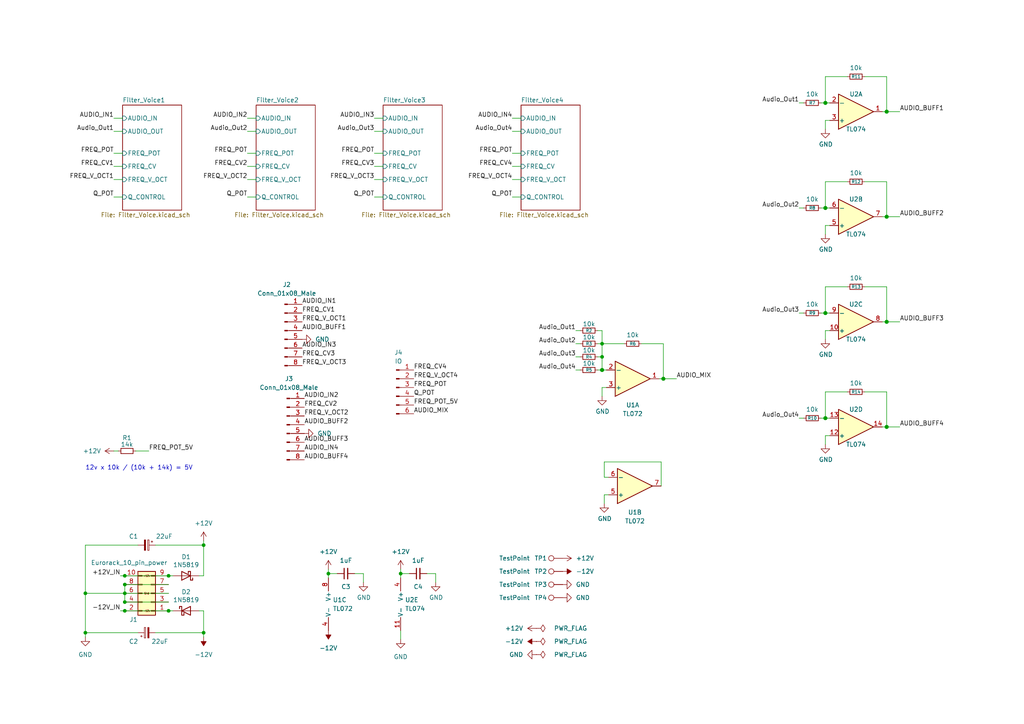
<source format=kicad_sch>
(kicad_sch (version 20211123) (generator eeschema)
  (paper "A4")
  (lib_symbols
    (symbol "Amplifier_Operational:TL072" (pin_names (offset 0.127))
      (property "Reference" "U" (at 0 5.08 0))
      (property "Value" "TL072" (at 0 -5.08 0))
      (symbol "TL072_1_1"
        (polyline (pts (xy -5.08 5.08) (xy 5.08 0) (xy -5.08 -5.08) (xy -5.08 5.08)) (stroke (width 0.254)) (fill (type background)))
        (pin output line (at 7.62 0 180) (length 2.54) (name "~") (number "1"))
        (pin input line (at -7.62 -2.54 0) (length 2.54) (name "-") (number "2"))
        (pin input line (at -7.62 2.54 0) (length 2.54) (name "+") (number "3"))
      )
      (symbol "TL072_2_1"
        (polyline (pts (xy -5.08 5.08) (xy 5.08 0) (xy -5.08 -5.08) (xy -5.08 5.08)) (stroke (width 0.254)) (fill (type background)))
        (pin input line (at -7.62 2.54 0) (length 2.54) (name "+") (number "5"))
        (pin input line (at -7.62 -2.54 0) (length 2.54) (name "-") (number "6"))
        (pin output line (at 7.62 0 180) (length 2.54) (name "~") (number "7"))
      )
      (symbol "TL072_3_1"
        (pin power_in line (at -2.54 -7.62 90) (length 3.81) (name "V-") (number "4"))
        (pin power_in line (at -2.54 7.62 270) (length 3.81) (name "V+") (number "8"))
      )
    )
    (symbol "Amplifier_Operational:TL074" (pin_names (offset 0.127))
      (property "Reference" "U" (at 0 5.08 0))
      (property "Value" "TL074" (at 0 -5.08 0))
      (symbol "TL074_1_1"
        (polyline (pts (xy -5.08 5.08) (xy 5.08 0) (xy -5.08 -5.08) (xy -5.08 5.08)) (stroke (width 0.254)) (fill (type background)))
        (pin output line (at 7.62 0 180) (length 2.54) (name "~") (number "1"))
        (pin input line (at -7.62 -2.54 0) (length 2.54) (name "-") (number "2"))
        (pin input line (at -7.62 2.54 0) (length 2.54) (name "+") (number "3"))
      )
      (symbol "TL074_2_1"
        (polyline (pts (xy -5.08 5.08) (xy 5.08 0) (xy -5.08 -5.08) (xy -5.08 5.08)) (stroke (width 0.254)) (fill (type background)))
        (pin input line (at -7.62 2.54 0) (length 2.54) (name "+") (number "5"))
        (pin input line (at -7.62 -2.54 0) (length 2.54) (name "-") (number "6"))
        (pin output line (at 7.62 0 180) (length 2.54) (name "~") (number "7"))
      )
      (symbol "TL074_3_1"
        (polyline (pts (xy -5.08 5.08) (xy 5.08 0) (xy -5.08 -5.08) (xy -5.08 5.08)) (stroke (width 0.254)) (fill (type background)))
        (pin input line (at -7.62 2.54 0) (length 2.54) (name "+") (number "10"))
        (pin output line (at 7.62 0 180) (length 2.54) (name "~") (number "8"))
        (pin input line (at -7.62 -2.54 0) (length 2.54) (name "-") (number "9"))
      )
      (symbol "TL074_4_1"
        (polyline (pts (xy -5.08 5.08) (xy 5.08 0) (xy -5.08 -5.08) (xy -5.08 5.08)) (stroke (width 0.254)) (fill (type background)))
        (pin input line (at -7.62 2.54 0) (length 2.54) (name "+") (number "12"))
        (pin input line (at -7.62 -2.54 0) (length 2.54) (name "-") (number "13"))
        (pin output line (at 7.62 0 180) (length 2.54) (name "~") (number "14"))
      )
      (symbol "TL074_5_1"
        (pin power_in line (at -2.54 -7.62 90) (length 3.81) (name "V-") (number "11"))
        (pin power_in line (at -2.54 7.62 270) (length 3.81) (name "V+") (number "4"))
      )
    )
    (symbol "Connector:Conn_01x06_Male" (pin_names (offset 1.016) hide)
      (property "Reference" "J" (at 0 7.62 0))
      (property "Value" "Conn_01x06_Male" (at 0 -10.16 0))
      (symbol "Conn_01x06_Male_1_1"
        (polyline (pts (xy 1.27 -7.62) (xy 0.8636 -7.62)) (stroke (width 0.1524)))
        (polyline (pts (xy 1.27 -5.08) (xy 0.8636 -5.08)) (stroke (width 0.1524)))
        (polyline (pts (xy 1.27 -2.54) (xy 0.8636 -2.54)) (stroke (width 0.1524)))
        (polyline (pts (xy 1.27 0) (xy 0.8636 0)) (stroke (width 0.1524)))
        (polyline (pts (xy 1.27 2.54) (xy 0.8636 2.54)) (stroke (width 0.1524)))
        (polyline (pts (xy 1.27 5.08) (xy 0.8636 5.08)) (stroke (width 0.1524)))
        (rectangle (start 0.8636 -7.493) (end 0 -7.747) (stroke (width 0.1524)) (fill (type outline)))
        (rectangle (start 0.8636 -4.953) (end 0 -5.207) (stroke (width 0.1524)) (fill (type outline)))
        (rectangle (start 0.8636 -2.413) (end 0 -2.667) (stroke (width 0.1524)) (fill (type outline)))
        (rectangle (start 0.8636 0.127) (end 0 -0.127) (stroke (width 0.1524)) (fill (type outline)))
        (rectangle (start 0.8636 2.667) (end 0 2.413) (stroke (width 0.1524)) (fill (type outline)))
        (rectangle (start 0.8636 5.207) (end 0 4.953) (stroke (width 0.1524)) (fill (type outline)))
        (pin passive line (at 5.08 5.08 180) (length 3.81) (name "Pin_1") (number "1"))
        (pin passive line (at 5.08 2.54 180) (length 3.81) (name "Pin_2") (number "2"))
        (pin passive line (at 5.08 0 180) (length 3.81) (name "Pin_3") (number "3"))
        (pin passive line (at 5.08 -2.54 180) (length 3.81) (name "Pin_4") (number "4"))
        (pin passive line (at 5.08 -5.08 180) (length 3.81) (name "Pin_5") (number "5"))
        (pin passive line (at 5.08 -7.62 180) (length 3.81) (name "Pin_6") (number "6"))
      )
    )
    (symbol "Connector:Conn_01x08_Male" (pin_names (offset 1.016) hide)
      (property "Reference" "J" (at 0 10.16 0))
      (property "Value" "Conn_01x08_Male" (at 0 -12.7 0))
      (symbol "Conn_01x08_Male_1_1"
        (polyline (pts (xy 1.27 -10.16) (xy 0.8636 -10.16)) (stroke (width 0.1524)))
        (polyline (pts (xy 1.27 -7.62) (xy 0.8636 -7.62)) (stroke (width 0.1524)))
        (polyline (pts (xy 1.27 -5.08) (xy 0.8636 -5.08)) (stroke (width 0.1524)))
        (polyline (pts (xy 1.27 -2.54) (xy 0.8636 -2.54)) (stroke (width 0.1524)))
        (polyline (pts (xy 1.27 0) (xy 0.8636 0)) (stroke (width 0.1524)))
        (polyline (pts (xy 1.27 2.54) (xy 0.8636 2.54)) (stroke (width 0.1524)))
        (polyline (pts (xy 1.27 5.08) (xy 0.8636 5.08)) (stroke (width 0.1524)))
        (polyline (pts (xy 1.27 7.62) (xy 0.8636 7.62)) (stroke (width 0.1524)))
        (rectangle (start 0.8636 -10.033) (end 0 -10.287) (stroke (width 0.1524)) (fill (type outline)))
        (rectangle (start 0.8636 -7.493) (end 0 -7.747) (stroke (width 0.1524)) (fill (type outline)))
        (rectangle (start 0.8636 -4.953) (end 0 -5.207) (stroke (width 0.1524)) (fill (type outline)))
        (rectangle (start 0.8636 -2.413) (end 0 -2.667) (stroke (width 0.1524)) (fill (type outline)))
        (rectangle (start 0.8636 0.127) (end 0 -0.127) (stroke (width 0.1524)) (fill (type outline)))
        (rectangle (start 0.8636 2.667) (end 0 2.413) (stroke (width 0.1524)) (fill (type outline)))
        (rectangle (start 0.8636 5.207) (end 0 4.953) (stroke (width 0.1524)) (fill (type outline)))
        (rectangle (start 0.8636 7.747) (end 0 7.493) (stroke (width 0.1524)) (fill (type outline)))
        (pin passive line (at 5.08 7.62 180) (length 3.81) (name "Pin_1") (number "1"))
        (pin passive line (at 5.08 5.08 180) (length 3.81) (name "Pin_2") (number "2"))
        (pin passive line (at 5.08 2.54 180) (length 3.81) (name "Pin_3") (number "3"))
        (pin passive line (at 5.08 0 180) (length 3.81) (name "Pin_4") (number "4"))
        (pin passive line (at 5.08 -2.54 180) (length 3.81) (name "Pin_5") (number "5"))
        (pin passive line (at 5.08 -5.08 180) (length 3.81) (name "Pin_6") (number "6"))
        (pin passive line (at 5.08 -7.62 180) (length 3.81) (name "Pin_7") (number "7"))
        (pin passive line (at 5.08 -10.16 180) (length 3.81) (name "Pin_8") (number "8"))
      )
    )
    (symbol "Connector:TestPoint" (pin_numbers hide) (pin_names (offset 0.762) hide)
      (property "Reference" "TP" (at 0 6.858 0))
      (property "Value" "TestPoint" (at 0 5.08 0))
      (symbol "TestPoint_0_1"
        (circle (center 0 3.302) (radius 0.762))
      )
      (symbol "TestPoint_1_1"
        (pin passive line (at 0 0 90) (length 2.54) (name "1") (number "1"))
      )
    )
    (symbol "Device:C_Polarized_Small" (pin_numbers hide) (pin_names (offset 0.254) hide)
      (property "Reference" "C" (at 0.254 1.778 0))
      (property "Value" "C_Polarized_Small" (at 0.254 -2.032 0))
      (symbol "C_Polarized_Small_0_1"
        (rectangle (start -1.524 -0.3048) (end 1.524 -0.6858) (fill (type outline)))
        (rectangle (start -1.524 0.6858) (end 1.524 0.3048))
        (polyline (pts (xy -1.27 1.524) (xy -0.762 1.524)))
        (polyline (pts (xy -1.016 1.27) (xy -1.016 1.778)))
      )
      (symbol "C_Polarized_Small_1_1"
        (pin passive line (at 0 2.54 270) (length 1.8542) (name "~") (number "1"))
        (pin passive line (at 0 -2.54 90) (length 1.8542) (name "~") (number "2"))
      )
    )
    (symbol "Device:C_Small" (pin_numbers hide) (pin_names (offset 0.254) hide)
      (property "Reference" "C" (at 0.254 1.778 0))
      (property "Value" "C_Small" (at 0.254 -2.032 0))
      (symbol "C_Small_0_1"
        (polyline (pts (xy -1.524 -0.508) (xy 1.524 -0.508)) (stroke (width 0.3302)))
        (polyline (pts (xy -1.524 0.508) (xy 1.524 0.508)) (stroke (width 0.3048)))
      )
      (symbol "C_Small_1_1"
        (pin passive line (at 0 2.54 270) (length 2.032) (name "~") (number "1"))
        (pin passive line (at 0 -2.54 90) (length 2.032) (name "~") (number "2"))
      )
    )
    (symbol "Device:R_Small" (pin_numbers hide) (pin_names (offset 0.254) hide)
      (property "Reference" "R" (at 0.762 0.508 0))
      (property "Value" "R_Small" (at 0.762 -1.016 0))
      (symbol "R_Small_0_1"
        (rectangle (start -0.762 1.778) (end 0.762 -1.778) (stroke (width 0.2032)))
      )
      (symbol "R_Small_1_1"
        (pin passive line (at 0 2.54 270) (length 0.762) (name "~") (number "1"))
        (pin passive line (at 0 -2.54 90) (length 0.762) (name "~") (number "2"))
      )
    )
    (symbol "Diode:1N5819" (pin_numbers hide) (pin_names (offset 1.016) hide)
      (property "Reference" "D" (at 0 2.54 0))
      (property "Value" "1N5819" (at 0 -2.54 0))
      (symbol "1N5819_0_1"
        (polyline (pts (xy 1.27 0) (xy -1.27 0)))
        (polyline (pts (xy 1.27 1.27) (xy 1.27 -1.27) (xy -1.27 0) (xy 1.27 1.27)) (stroke (width 0.254)))
        (polyline (pts (xy -1.905 0.635) (xy -1.905 1.27) (xy -1.27 1.27) (xy -1.27 -1.27) (xy -0.635 -1.27) (xy -0.635 -0.635)) (stroke (width 0.254)))
      )
      (symbol "1N5819_1_1"
        (pin passive line (at -3.81 0 0) (length 2.54) (name "K") (number "1"))
        (pin passive line (at 3.81 0 180) (length 2.54) (name "A") (number "2"))
      )
    )
    (symbol "Eurorack_Header:Eurorack_10_pin_power" (pin_names (offset 1.016) hide)
      (property "Reference" "J" (at 1.27 7.62 0))
      (property "Value" "Eurorack_10_pin_power" (at 1.27 -7.62 0))
      (symbol "Eurorack_10_pin_power_1_0"
        (text "+12v" (at 1.27 -5.08 0) (effects (font (size 0.508 0.508))))
        (text "-12v" (at 1.27 5.08 0) (effects (font (size 0.508 0.508))))
        (text "Gnd" (at 1.27 0 0) (effects (font (size 0.508 0.508))))
      )
      (symbol "Eurorack_10_pin_power_1_1"
        (rectangle (start -1.27 -4.953) (end 0 -5.207) (stroke (width 0.1524)))
        (rectangle (start -1.27 -2.413) (end 0 -2.667) (stroke (width 0.1524)))
        (rectangle (start -1.27 0.127) (end 0 -0.127) (stroke (width 0.1524)))
        (rectangle (start -1.27 2.667) (end 0 2.413) (stroke (width 0.1524)))
        (rectangle (start -1.27 5.207) (end 0 4.953) (stroke (width 0.1524)))
        (rectangle (start -1.27 6.35) (end 3.81 -6.35) (stroke (width 0.254)) (fill (type background)))
        (rectangle (start 3.81 -4.953) (end 2.54 -5.207) (stroke (width 0.1524)))
        (rectangle (start 3.81 -2.413) (end 2.54 -2.667) (stroke (width 0.1524)))
        (rectangle (start 3.81 0.127) (end 2.54 -0.127) (stroke (width 0.1524)))
        (rectangle (start 3.81 2.667) (end 2.54 2.413) (stroke (width 0.1524)))
        (rectangle (start 3.81 5.207) (end 2.54 4.953) (stroke (width 0.1524)))
        (pin power_in line (at -5.08 5.08 0) (length 3.81) (name "Pin_1") (number "1"))
        (pin passive line (at 7.62 -5.08 180) (length 3.81) (name "Pin_10") (number "10"))
        (pin passive line (at 7.62 5.08 180) (length 3.81) (name "Pin_2") (number "2"))
        (pin passive line (at -5.08 2.54 0) (length 3.81) (name "Pin_3") (number "3"))
        (pin passive line (at 7.62 2.54 180) (length 3.81) (name "Pin_4") (number "4"))
        (pin power_in line (at -5.08 0 0) (length 3.81) (name "Pin_5") (number "5"))
        (pin passive line (at 7.62 0 180) (length 3.81) (name "Pin_6") (number "6"))
        (pin passive line (at -5.08 -2.54 0) (length 3.81) (name "Pin_7") (number "7"))
        (pin passive line (at 7.62 -2.54 180) (length 3.81) (name "Pin_8") (number "8"))
        (pin power_in line (at -5.08 -5.08 0) (length 3.81) (name "Pin_9") (number "9"))
      )
    )
    (symbol "power:+12V" (power) (pin_names (offset 0))
      (property "Value" "+12V" (at 0 3.556 0))
      (symbol "+12V_0_1"
        (polyline (pts (xy -0.762 1.27) (xy 0 2.54)))
        (polyline (pts (xy 0 0) (xy 0 2.54)))
        (polyline (pts (xy 0 2.54) (xy 0.762 1.27)))
      )
      (symbol "+12V_1_1"
        (pin power_in line (at 0 0 90) (length 0) hide (name "+12V") (number "1"))
      )
    )
    (symbol "power:-12V" (power) (pin_names (offset 0))
      (property "Value" "-12V" (at 0 3.81 0))
      (symbol "-12V_0_0"
        (pin power_in line (at 0 0 90) (length 0) hide (name "-12V") (number "1"))
      )
      (symbol "-12V_0_1"
        (polyline (pts (xy 0 0) (xy 0 1.27) (xy 0.762 1.27) (xy 0 2.54) (xy -0.762 1.27) (xy 0 1.27)) (fill (type outline)))
      )
    )
    (symbol "power:GND" (power) (pin_names (offset 0))
      (property "Value" "GND" (at 0 -3.81 0))
      (symbol "GND_0_1"
        (polyline (pts (xy 0 0) (xy 0 -1.27) (xy 1.27 -1.27) (xy 0 -2.54) (xy -1.27 -1.27) (xy 0 -1.27)))
      )
      (symbol "GND_1_1"
        (pin power_in line (at 0 0 270) (length 0) hide (name "GND") (number "1"))
      )
    )
    (symbol "power:PWR_FLAG" (power) (pin_numbers hide) (pin_names (offset 0) hide)
      (property "Value" "PWR_FLAG" (at 0 3.81 0))
      (symbol "PWR_FLAG_0_0"
        (pin power_out line (at 0 0 90) (length 0) (name "pwr") (number "1"))
      )
      (symbol "PWR_FLAG_0_1"
        (polyline (pts (xy 0 0) (xy 0 1.27) (xy -1.016 1.905) (xy 0 2.54) (xy 1.016 1.905) (xy 0 1.27)))
      )
    )
  )
  (junction (at 36.195 172.085))
  (junction (at 48.895 177.165))
  (junction (at 116.205 166.37))
  (junction (at 59.055 183.515))
  (junction (at 239.395 90.805) (diameter 1.016))
  (junction (at 95.25 166.37))
  (junction (at 36.195 167.005))
  (junction (at 257.175 62.865) (diameter 1.016))
  (junction (at 239.395 29.845) (diameter 1.016))
  (junction (at 36.195 177.165))
  (junction (at 174.625 103.505))
  (junction (at 192.405 109.855) (diameter 1.016))
  (junction (at 174.625 107.315) (diameter 1.016))
  (junction (at 36.195 174.625))
  (junction (at 239.395 60.325) (diameter 1.016))
  (junction (at 239.395 121.285) (diameter 1.016))
  (junction (at 174.625 99.695))
  (junction (at 59.055 158.115))
  (junction (at 24.765 183.515))
  (junction (at 257.175 93.345) (diameter 1.016))
  (junction (at 36.195 169.545))
  (junction (at 257.175 123.825) (diameter 1.016))
  (junction (at 24.765 172.085))
  (junction (at 48.895 167.005))
  (junction (at 257.175 32.385) (diameter 1.016))
  (wire (pts (xy 74.295 38.1) (xy 71.755 38.1)))
  (wire (pts (xy 33.02 52.07) (xy 35.56 52.07)))
  (wire (pts (xy 255.905 123.825) (xy 257.175 123.825)))
  (wire (pts (xy 102.87 166.37) (xy 105.41 166.37)))
  (wire (pts (xy 71.755 34.29) (xy 74.295 34.29)))
  (wire (pts (xy 173.355 103.505) (xy 174.625 103.505)))
  (wire (pts (xy 239.395 52.705) (xy 239.395 60.325)))
  (wire (pts (xy 116.205 165.1) (xy 116.205 166.37)))
  (wire (pts (xy 33.02 44.45) (xy 35.56 44.45)))
  (wire (pts (xy 257.175 123.825) (xy 260.985 123.825)))
  (wire (pts (xy 45.085 158.115) (xy 59.055 158.115)))
  (wire (pts (xy 238.125 60.325) (xy 239.395 60.325)))
  (wire (pts (xy 239.395 65.405) (xy 239.395 67.945)))
  (wire (pts (xy 174.625 99.695) (xy 180.975 99.695)))
  (wire (pts (xy 191.77 133.985) (xy 191.77 140.97)))
  (wire (pts (xy 34.925 177.165) (xy 36.195 177.165)))
  (wire (pts (xy 175.26 143.51) (xy 175.26 146.05)))
  (wire (pts (xy 33.02 48.26) (xy 35.56 48.26)))
  (wire (pts (xy 24.765 158.115) (xy 40.005 158.115)))
  (wire (pts (xy 238.125 90.805) (xy 239.395 90.805)))
  (wire (pts (xy 174.625 99.695) (xy 174.625 103.505)))
  (wire (pts (xy 255.905 93.345) (xy 257.175 93.345)))
  (wire (pts (xy 108.585 48.26) (xy 111.125 48.26)))
  (wire (pts (xy 48.895 174.625) (xy 36.195 174.625)))
  (wire (pts (xy 24.765 172.085) (xy 24.765 183.515)))
  (wire (pts (xy 239.395 22.225) (xy 239.395 29.845)))
  (wire (pts (xy 174.625 112.395) (xy 174.625 114.935)))
  (wire (pts (xy 116.205 166.37) (xy 118.745 166.37)))
  (wire (pts (xy 33.02 57.15) (xy 35.56 57.15)))
  (wire (pts (xy 257.175 52.705) (xy 250.825 52.705)))
  (wire (pts (xy 167.005 95.885) (xy 168.275 95.885)))
  (wire (pts (xy 239.395 34.925) (xy 239.395 37.465)))
  (wire (pts (xy 33.02 34.29) (xy 35.56 34.29)))
  (wire (pts (xy 240.665 95.885) (xy 239.395 95.885)))
  (wire (pts (xy 173.355 99.695) (xy 174.625 99.695)))
  (wire (pts (xy 257.175 52.705) (xy 257.175 62.865)))
  (wire (pts (xy 239.395 22.225) (xy 245.745 22.225)))
  (wire (pts (xy 192.405 99.695) (xy 186.055 99.695)))
  (wire (pts (xy 24.765 172.085) (xy 36.195 172.085)))
  (wire (pts (xy 71.755 44.45) (xy 74.295 44.45)))
  (wire (pts (xy 257.175 32.385) (xy 260.985 32.385)))
  (wire (pts (xy 59.055 167.005) (xy 59.055 158.115)))
  (wire (pts (xy 148.59 57.15) (xy 151.13 57.15)))
  (wire (pts (xy 239.395 126.365) (xy 239.395 128.905)))
  (wire (pts (xy 257.175 113.665) (xy 257.175 123.825)))
  (wire (pts (xy 105.41 166.37) (xy 105.41 168.91)))
  (wire (pts (xy 59.055 183.515) (xy 59.055 184.785)))
  (wire (pts (xy 34.925 167.005) (xy 36.195 167.005)))
  (wire (pts (xy 257.175 62.865) (xy 260.985 62.865)))
  (wire (pts (xy 36.195 167.005) (xy 48.895 167.005)))
  (wire (pts (xy 48.895 167.005) (xy 50.165 167.005)))
  (wire (pts (xy 167.005 107.315) (xy 168.275 107.315)))
  (wire (pts (xy 257.175 22.225) (xy 257.175 32.385)))
  (wire (pts (xy 108.585 44.45) (xy 111.125 44.45)))
  (wire (pts (xy 45.085 183.515) (xy 59.055 183.515)))
  (wire (pts (xy 24.765 184.785) (xy 24.765 183.515)))
  (wire (pts (xy 239.395 60.325) (xy 240.665 60.325)))
  (wire (pts (xy 48.895 177.165) (xy 50.165 177.165)))
  (wire (pts (xy 257.175 83.185) (xy 250.825 83.185)))
  (wire (pts (xy 59.055 177.165) (xy 59.055 183.515)))
  (wire (pts (xy 192.405 99.695) (xy 192.405 109.855)))
  (wire (pts (xy 255.905 62.865) (xy 257.175 62.865)))
  (wire (pts (xy 239.395 29.845) (xy 240.665 29.845)))
  (wire (pts (xy 24.765 158.115) (xy 24.765 172.085)))
  (wire (pts (xy 167.005 103.505) (xy 168.275 103.505)))
  (wire (pts (xy 173.355 95.885) (xy 174.625 95.885)))
  (wire (pts (xy 71.755 48.26) (xy 74.295 48.26)))
  (wire (pts (xy 43.18 130.81) (xy 39.37 130.81)))
  (wire (pts (xy 148.59 52.07) (xy 151.13 52.07)))
  (wire (pts (xy 35.56 38.1) (xy 33.02 38.1)))
  (wire (pts (xy 36.195 169.545) (xy 36.195 172.085)))
  (wire (pts (xy 239.395 95.885) (xy 239.395 98.425)))
  (wire (pts (xy 239.395 83.185) (xy 245.745 83.185)))
  (wire (pts (xy 175.895 112.395) (xy 174.625 112.395)))
  (wire (pts (xy 167.005 99.695) (xy 168.275 99.695)))
  (wire (pts (xy 174.625 95.885) (xy 174.625 99.695)))
  (wire (pts (xy 255.905 32.385) (xy 257.175 32.385)))
  (wire (pts (xy 231.775 90.805) (xy 233.045 90.805)))
  (wire (pts (xy 148.59 34.29) (xy 151.13 34.29)))
  (wire (pts (xy 36.195 172.085) (xy 36.195 174.625)))
  (wire (pts (xy 240.665 34.925) (xy 239.395 34.925)))
  (wire (pts (xy 239.395 90.805) (xy 240.665 90.805)))
  (wire (pts (xy 126.365 166.37) (xy 126.365 168.91)))
  (wire (pts (xy 151.13 38.1) (xy 148.59 38.1)))
  (wire (pts (xy 239.395 113.665) (xy 239.395 121.285)))
  (wire (pts (xy 111.125 38.1) (xy 108.585 38.1)))
  (wire (pts (xy 71.755 57.15) (xy 74.295 57.15)))
  (wire (pts (xy 257.175 22.225) (xy 250.825 22.225)))
  (wire (pts (xy 108.585 34.29) (xy 111.125 34.29)))
  (wire (pts (xy 59.055 156.845) (xy 59.055 158.115)))
  (wire (pts (xy 239.395 52.705) (xy 245.745 52.705)))
  (wire (pts (xy 231.775 60.325) (xy 233.045 60.325)))
  (wire (pts (xy 48.895 169.545) (xy 36.195 169.545)))
  (wire (pts (xy 95.25 165.1) (xy 95.25 166.37)))
  (wire (pts (xy 173.355 107.315) (xy 174.625 107.315)))
  (wire (pts (xy 174.625 107.315) (xy 175.895 107.315)))
  (wire (pts (xy 176.53 138.43) (xy 175.26 138.43)))
  (wire (pts (xy 231.775 121.285) (xy 233.045 121.285)))
  (wire (pts (xy 108.585 52.07) (xy 111.125 52.07)))
  (wire (pts (xy 238.125 121.285) (xy 239.395 121.285)))
  (wire (pts (xy 239.395 83.185) (xy 239.395 90.805)))
  (wire (pts (xy 57.785 177.165) (xy 59.055 177.165)))
  (wire (pts (xy 148.59 44.45) (xy 151.13 44.45)))
  (wire (pts (xy 24.765 183.515) (xy 40.005 183.515)))
  (wire (pts (xy 116.205 166.37) (xy 116.205 167.64)))
  (wire (pts (xy 231.775 29.845) (xy 233.045 29.845)))
  (wire (pts (xy 36.195 177.165) (xy 48.895 177.165)))
  (wire (pts (xy 33.02 130.81) (xy 34.29 130.81)))
  (wire (pts (xy 57.785 167.005) (xy 59.055 167.005)))
  (wire (pts (xy 192.405 109.855) (xy 196.215 109.855)))
  (wire (pts (xy 257.175 83.185) (xy 257.175 93.345)))
  (wire (pts (xy 148.59 48.26) (xy 151.13 48.26)))
  (wire (pts (xy 174.625 103.505) (xy 174.625 107.315)))
  (wire (pts (xy 191.135 109.855) (xy 192.405 109.855)))
  (wire (pts (xy 95.25 166.37) (xy 95.25 167.64)))
  (wire (pts (xy 36.195 172.085) (xy 48.895 172.085)))
  (wire (pts (xy 175.26 133.985) (xy 191.77 133.985)))
  (wire (pts (xy 257.175 93.345) (xy 260.985 93.345)))
  (wire (pts (xy 175.26 138.43) (xy 175.26 133.985)))
  (wire (pts (xy 95.25 166.37) (xy 97.79 166.37)))
  (wire (pts (xy 257.175 113.665) (xy 250.825 113.665)))
  (wire (pts (xy 238.125 29.845) (xy 239.395 29.845)))
  (wire (pts (xy 176.53 143.51) (xy 175.26 143.51)))
  (wire (pts (xy 240.665 126.365) (xy 239.395 126.365)))
  (wire (pts (xy 239.395 113.665) (xy 245.745 113.665)))
  (wire (pts (xy 108.585 57.15) (xy 111.125 57.15)))
  (wire (pts (xy 71.755 52.07) (xy 74.295 52.07)))
  (wire (pts (xy 239.395 121.285) (xy 240.665 121.285)))
  (wire (pts (xy 116.205 182.88) (xy 116.205 185.42)))
  (wire (pts (xy 123.825 166.37) (xy 126.365 166.37)))
  (wire (pts (xy 240.665 65.405) (xy 239.395 65.405)))
  (text "12v x 10k / (10k + 14k) = 5V" (at 24.765 136.525 0) (effects (font (size 1.27 1.27)) (justify left bottom)))
  (label "AUDIO_BUFF3" (at 260.985 93.345 0))
  (label "FREQ_V_OCT4" (at 148.59 52.07 180))
  (label "FREQ_POT_5V" (at 120.015 117.475 0))
  (label "Audio_Out2" (at 231.775 60.325 180))
  (label "FREQ_V_OCT2" (at 88.265 120.65 0))
  (label "AUDIO_IN3" (at 87.63 100.965 0))
  (label "FREQ_V_OCT2" (at 71.755 52.07 180))
  (label "AUDIO_IN4" (at 88.265 130.81 0))
  (label "FREQ_CV1" (at 33.02 48.26 180))
  (label "FREQ_V_OCT4" (at 120.015 109.855 0))
  (label "FREQ_CV3" (at 87.63 103.505 0))
  (label "Q_POT" (at 33.02 57.15 180))
  (label "Audio_Out1" (at 33.02 38.1 180))
  (label "Audio_Out4" (at 167.005 107.315 180))
  (label "AUDIO_BUFF2" (at 88.265 123.19 0))
  (label "AUDIO_IN1" (at 33.02 34.29 180))
  (label "Audio_Out3" (at 231.775 90.805 180))
  (label "FREQ_POT" (at 33.02 44.45 180))
  (label "Audio_Out1" (at 231.775 29.845 180))
  (label "Q_POT" (at 71.755 57.15 180))
  (label "+12V_IN" (at 34.925 167.005 180))
  (label "AUDIO_BUFF1" (at 87.63 95.885 0))
  (label "AUDIO_IN2" (at 88.265 115.57 0))
  (label "FREQ_CV2" (at 88.265 118.11 0))
  (label "Audio_Out3" (at 167.005 103.505 180))
  (label "FREQ_POT" (at 148.59 44.45 180))
  (label "FREQ_CV1" (at 87.63 90.805 0))
  (label "FREQ_V_OCT1" (at 87.63 93.345 0))
  (label "FREQ_V_OCT3" (at 108.585 52.07 180))
  (label "AUDIO_IN2" (at 71.755 34.29 180))
  (label "AUDIO_MIX" (at 120.015 120.015 0))
  (label "AUDIO_BUFF3" (at 88.265 128.27 0))
  (label "AUDIO_IN1" (at 87.63 88.265 0))
  (label "Audio_Out4" (at 231.775 121.285 180))
  (label "Q_POT" (at 108.585 57.15 180))
  (label "Audio_Out1" (at 167.005 95.885 180))
  (label "Q_POT" (at 148.59 57.15 180))
  (label "FREQ_POT" (at 108.585 44.45 180))
  (label "FREQ_CV3" (at 108.585 48.26 180))
  (label "FREQ_CV4" (at 148.59 48.26 180))
  (label "Q_POT" (at 120.015 114.935 0))
  (label "AUDIO_MIX" (at 196.215 109.855 0))
  (label "AUDIO_BUFF2" (at 260.985 62.865 0))
  (label "-12V_IN" (at 34.925 177.165 180))
  (label "AUDIO_BUFF4" (at 88.265 133.35 0))
  (label "FREQ_CV4" (at 120.015 107.315 0))
  (label "AUDIO_IN4" (at 148.59 34.29 180))
  (label "FREQ_V_OCT3" (at 87.63 106.045 0))
  (label "AUDIO_BUFF4" (at 260.985 123.825 0))
  (label "AUDIO_BUFF1" (at 260.985 32.385 0))
  (label "FREQ_POT" (at 120.015 112.395 0))
  (label "Audio_Out2" (at 167.005 99.695 180))
  (label "FREQ_V_OCT1" (at 33.02 52.07 180))
  (label "FREQ_POT" (at 71.755 44.45 180))
  (label "Audio_Out2" (at 71.755 38.1 180))
  (label "AUDIO_IN3" (at 108.585 34.29 180))
  (label "Audio_Out4" (at 148.59 38.1 180))
  (label "Audio_Out3" (at 108.585 38.1 180))
  (label "FREQ_POT_5V" (at 43.18 130.81 0))
  (label "FREQ_CV2" (at 71.755 48.26 180))
  (symbol (lib_id "power:GND") (at 24.765 184.785 0) (unit 1)
    (property "Reference" "#PWR01" (effects hide))
    (property "Value" "GND" (at 24.765 189.865 0))
  )
  (symbol (lib_id "power:GND") (at 163.195 169.545 90) (unit 1)
    (property "Reference" "#PWR018" (effects hide))
    (property "Value" "GND" (at 167.005 169.5449 90) (effects (justify right)))
  )
  (symbol (lib_id "Amplifier_Operational:TL072") (at 183.515 109.855 0) (mirror x) (unit 1)
    (property "Reference" "U1" (at 183.515 117.475 0))
    (property "Value" "TL072" (at 183.515 120.015 0))
    (property "Footprint" "Package_SO:SO-8_3.9x4.9mm_P1.27mm" (effects hide))
    (property "Datasheet" "http://www.ti.com/lit/ds/symlink/tl071.pdf" (effects hide))
  )
  (symbol (lib_id "Connector:TestPoint") (at 163.195 169.545 90) (unit 1)
    (property "Reference" "TP3" (at 156.845 169.545 90))
    (property "Value" "TestPoint" (at 149.225 169.545 90))
    (property "Footprint" "Custom_Footprints:1.3mm_Test_Point" (effects hide))
  )
  (symbol (lib_id "power:-12V") (at 59.055 184.785 180) (unit 1)
    (property "Reference" "#PWR04" (effects hide))
    (property "Value" "-12V" (at 59.055 189.865 0))
  )
  (symbol (lib_id "power:GND") (at 174.625 114.935 0) (unit 1)
    (property "Reference" "#PWR020" (effects hide))
    (property "Value" "GND" (at 174.752 119.3292 0))
  )
  (symbol (lib_id "power:GND") (at 239.395 37.465 0) (unit 1)
    (property "Reference" "#PWR022" (effects hide))
    (property "Value" "GND" (at 239.522 41.8592 0))
  )
  (symbol (lib_id "power:GND") (at 239.395 67.945 0) (unit 1)
    (property "Reference" "#PWR023" (effects hide))
    (property "Value" "GND" (at 239.522 72.3392 0))
  )
  (symbol (lib_id "Device:C_Polarized_Small") (at 42.545 158.115 270) (unit 1)
    (property "Reference" "C1" (at 38.735 155.575 90))
    (property "Value" "22uF" (at 47.625 155.575 90))
    (property "Footprint" "Capacitor_SMD:CP_Elec_4x5.8" (effects hide))
    (property "Part_Number" "C134798" (effects hide))
    (property "Rotation" "360" (effects hide))
  )
  (symbol (lib_id "power:GND") (at 155.575 189.865 270) (unit 1)
    (property "Reference" "#PWR015" (effects hide))
    (property "Value" "GND" (at 151.765 189.8649 90) (effects (justify right)))
  )
  (symbol (lib_id "Amplifier_Operational:TL074") (at 248.285 32.385 0) (mirror x) (unit 1)
    (property "Reference" "U2" (at 248.285 27.305 0))
    (property "Value" "TL074" (at 248.285 37.465 0))
    (property "Footprint" "Package_SO:SOIC-14_3.9x8.7mm_P1.27mm" (effects hide))
    (property "Datasheet" "http://www.ti.com/lit/ds/symlink/tl071.pdf" (effects hide))
  )
  (symbol (lib_id "Device:R_Small") (at 170.815 103.505 270) (unit 1)
    (property "Reference" "R4" (at 170.815 103.505 90) (effects (font (size 0.889 0.889))))
    (property "Value" "10k" (at 170.815 101.6 90))
    (property "Footprint" "Resistor_SMD:R_0603_1608Metric_Pad0.98x0.95mm_HandSolder" (effects hide))
    (property "Part_Number" "C25804" (effects hide))
  )
  (symbol (lib_id "Diode:1N5819") (at 53.975 167.005 180) (unit 1)
    (property "Reference" "D1" (at 53.975 161.5186 0))
    (property "Value" "1N5819" (at 53.975 163.83 0))
    (property "Footprint" "Diode_SMD:D_SOD-123" (effects hide))
    (property "Datasheet" "https://datasheet.lcsc.com/szlcsc/Changjiang-Electronics-Tech-CJ-B5819W_C8598.pdf" (effects hide))
    (property "Part_Number" "C8598" (effects hide))
  )
  (symbol (lib_id "Device:R_Small") (at 170.815 99.695 270) (unit 1)
    (property "Reference" "R3" (at 170.815 99.695 90) (effects (font (size 0.889 0.889))))
    (property "Value" "10k" (at 170.815 97.79 90))
    (property "Footprint" "Resistor_SMD:R_0603_1608Metric_Pad0.98x0.95mm_HandSolder" (effects hide))
    (property "Part_Number" "C25804" (effects hide))
  )
  (symbol (lib_id "Connector:Conn_01x08_Male") (at 83.185 123.19 0) (unit 1)
    (property "Reference" "J3" (at 83.82 109.855 0))
    (property "Value" "Conn_01x08_Male" (at 83.82 112.395 0))
    (property "Footprint" "Connector_PinHeader_2.54mm:PinHeader_1x08_P2.54mm_Vertical" (effects hide))
  )
  (symbol (lib_id "Device:R_Small") (at 170.815 95.885 270) (unit 1)
    (property "Reference" "R2" (at 170.815 95.885 90) (effects (font (size 0.889 0.889))))
    (property "Value" "10k" (at 170.815 93.98 90))
    (property "Footprint" "Resistor_SMD:R_0603_1608Metric_Pad0.98x0.95mm_HandSolder" (effects hide))
    (property "Part_Number" "C25804" (effects hide))
  )
  (symbol (lib_id "power:GND") (at 105.41 168.91 0) (unit 1)
    (property "Reference" "#PWR09" (effects hide))
    (property "Value" "GND" (at 105.537 173.3042 0))
  )
  (symbol (lib_id "Amplifier_Operational:TL074") (at 113.665 175.26 0) (mirror y) (unit 5)
    (property "Reference" "U2" (at 117.475 173.9899 0) (effects (justify right)))
    (property "Value" "TL074" (at 117.475 176.5299 0) (effects (justify right)))
    (property "Footprint" "Package_SO:SOIC-14_3.9x8.7mm_P1.27mm" (effects hide))
    (property "Datasheet" "http://www.ti.com/lit/ds/symlink/tl071.pdf" (effects hide))
  )
  (symbol (lib_id "power:+12V") (at 59.055 156.845 0) (unit 1)
    (property "Reference" "#PWR03" (effects hide))
    (property "Value" "+12V" (at 59.055 151.765 0))
  )
  (symbol (lib_id "power:GND") (at 88.265 125.73 90) (unit 1)
    (property "Reference" "#PWR06" (effects hide))
    (property "Value" "GND" (at 92.075 125.7299 90) (effects (justify right)))
  )
  (symbol (lib_id "Device:R_Small") (at 235.585 90.805 270) (unit 1)
    (property "Reference" "R9" (at 235.585 90.805 90) (effects (font (size 0.889 0.889))))
    (property "Value" "10k" (at 235.585 88.265 90))
    (property "Footprint" "Resistor_SMD:R_0603_1608Metric_Pad0.98x0.95mm_HandSolder" (effects hide))
    (property "Part_Number" "C25804" (effects hide))
  )
  (symbol (lib_id "Device:R_Small") (at 248.285 22.225 270) (unit 1)
    (property "Reference" "R11" (at 248.285 22.225 90) (effects (font (size 0.889 0.889))))
    (property "Value" "10k" (at 248.285 19.685 90))
    (property "Footprint" "Resistor_SMD:R_0603_1608Metric_Pad0.98x0.95mm_HandSolder" (effects hide))
    (property "Part_Number" "C25804" (effects hide))
  )
  (symbol (lib_id "Device:R_Small") (at 170.815 107.315 270) (unit 1)
    (property "Reference" "R5" (at 170.815 107.315 90) (effects (font (size 0.889 0.889))))
    (property "Value" "10k" (at 170.815 105.41 90))
    (property "Footprint" "Resistor_SMD:R_0603_1608Metric_Pad0.98x0.95mm_HandSolder" (effects hide))
    (property "Part_Number" "C25804" (effects hide))
  )
  (symbol (lib_id "power:-12V") (at 155.575 186.055 90) (unit 1)
    (property "Reference" "#PWR014" (effects hide))
    (property "Value" "-12V" (at 151.765 186.0549 90) (effects (justify left)))
  )
  (symbol (lib_id "power:+12V") (at 163.195 161.925 270) (mirror x) (unit 1)
    (property "Reference" "#PWR016" (effects hide))
    (property "Value" "+12V" (at 167.005 161.9249 90) (effects (justify left)))
  )
  (symbol (lib_id "Connector:TestPoint") (at 163.195 165.735 90) (unit 1)
    (property "Reference" "TP2" (at 156.845 165.735 90))
    (property "Value" "TestPoint" (at 149.225 165.735 90))
    (property "Footprint" "Custom_Footprints:1.3mm_Test_Point" (effects hide))
  )
  (symbol (lib_id "power:GND") (at 116.205 185.42 0) (unit 1)
    (property "Reference" "#PWR011" (effects hide))
    (property "Value" "GND" (at 116.205 190.5 0))
  )
  (symbol (lib_id "power:-12V") (at 163.195 165.735 270) (unit 1)
    (property "Reference" "#PWR017" (effects hide))
    (property "Value" "-12V" (at 167.005 165.7349 90) (effects (justify left)))
  )
  (symbol (lib_id "power:+12V") (at 155.575 182.245 90) (mirror x) (unit 1)
    (property "Reference" "#PWR013" (effects hide))
    (property "Value" "+12V" (at 151.765 182.2449 90) (effects (justify left)))
  )
  (symbol (lib_id "power:GND") (at 175.26 146.05 0) (unit 1)
    (property "Reference" "#PWR021" (effects hide))
    (property "Value" "GND" (at 175.387 150.4442 0))
  )
  (symbol (lib_id "Connector:Conn_01x08_Male") (at 82.55 95.885 0) (unit 1)
    (property "Reference" "J2" (at 83.185 82.55 0))
    (property "Value" "Conn_01x08_Male" (at 83.185 85.09 0))
    (property "Footprint" "Connector_PinHeader_2.54mm:PinHeader_1x08_P2.54mm_Vertical" (effects hide))
  )
  (symbol (lib_id "Eurorack_Header:Eurorack_10_pin_power") (at 43.815 172.085 180) (unit 1)
    (property "Reference" "J1" (at 38.735 179.705 0))
    (property "Value" "Eurorack_10_pin_power" (at 37.465 163.195 0))
    (property "Footprint" "Custom_Footprints:Eurorack_10_pin_header" (effects hide))
  )
  (symbol (lib_id "Diode:1N5819") (at 53.975 177.165 0) (unit 1)
    (property "Reference" "D2" (at 53.975 171.6786 0))
    (property "Value" "1N5819" (at 53.975 173.99 0))
    (property "Footprint" "Diode_SMD:D_SOD-123" (effects hide))
    (property "Datasheet" "https://datasheet.lcsc.com/szlcsc/Changjiang-Electronics-Tech-CJ-B5819W_C8598.pdf" (effects hide))
    (property "Part_Number" "C8598" (effects hide))
  )
  (symbol (lib_id "power:PWR_FLAG") (at 155.575 189.865 270) (unit 1)
    (property "Reference" "#FLG03" (effects hide))
    (property "Value" "PWR_FLAG" (at 160.655 189.8649 90) (effects (justify left)))
  )
  (symbol (lib_id "Device:R_Small") (at 235.585 60.325 270) (unit 1)
    (property "Reference" "R8" (at 235.585 60.325 90) (effects (font (size 0.889 0.889))))
    (property "Value" "10k" (at 235.585 57.785 90))
    (property "Footprint" "Resistor_SMD:R_0603_1608Metric_Pad0.98x0.95mm_HandSolder" (effects hide))
    (property "Part_Number" "C25804" (effects hide))
  )
  (symbol (lib_id "power:GND") (at 239.395 98.425 0) (unit 1)
    (property "Reference" "#PWR024" (effects hide))
    (property "Value" "GND" (at 239.522 102.8192 0))
  )
  (symbol (lib_id "Device:R_Small") (at 235.585 121.285 270) (unit 1)
    (property "Reference" "R10" (at 235.585 121.285 90) (effects (font (size 0.889 0.889))))
    (property "Value" "10k" (at 235.585 118.745 90))
    (property "Footprint" "Resistor_SMD:R_0603_1608Metric_Pad0.98x0.95mm_HandSolder" (effects hide))
    (property "Part_Number" "C25804" (effects hide))
  )
  (symbol (lib_id "Device:C_Small") (at 100.33 166.37 90) (unit 1)
    (property "Reference" "C3" (at 100.33 170.18 90))
    (property "Value" "1uF" (at 100.3363 162.56 90))
    (property "Footprint" "Capacitor_SMD:C_0603_1608Metric_Pad1.08x0.95mm_HandSolder" (effects hide))
  )
  (symbol (lib_id "Amplifier_Operational:TL072") (at 92.71 175.26 0) (mirror y) (unit 3)
    (property "Reference" "U1" (at 96.52 173.9899 0) (effects (justify right)))
    (property "Value" "TL072" (at 96.52 176.5299 0) (effects (justify right)))
    (property "Footprint" "Package_SO:SO-8_3.9x4.9mm_P1.27mm" (effects hide))
    (property "Datasheet" "http://www.ti.com/lit/ds/symlink/tl071.pdf" (effects hide))
  )
  (symbol (lib_id "Amplifier_Operational:TL074") (at 248.285 123.825 0) (mirror x) (unit 4)
    (property "Reference" "U2" (at 248.285 118.745 0))
    (property "Value" "TL074" (at 248.285 128.905 0))
    (property "Footprint" "Package_SO:SOIC-14_3.9x8.7mm_P1.27mm" (effects hide))
    (property "Datasheet" "http://www.ti.com/lit/ds/symlink/tl071.pdf" (effects hide))
  )
  (symbol (lib_id "power:+12V") (at 95.25 165.1 0) (unit 1)
    (property "Reference" "#PWR07" (effects hide))
    (property "Value" "+12V" (at 95.25 160.02 0))
  )
  (symbol (lib_id "power:PWR_FLAG") (at 155.575 186.055 270) (unit 1)
    (property "Reference" "#FLG02" (effects hide))
    (property "Value" "PWR_FLAG" (at 160.655 186.0549 90) (effects (justify left)))
  )
  (symbol (lib_id "Device:R_Small") (at 248.285 83.185 270) (unit 1)
    (property "Reference" "R13" (at 248.285 83.185 90) (effects (font (size 0.889 0.889))))
    (property "Value" "10k" (at 248.285 80.645 90))
    (property "Footprint" "Resistor_SMD:R_0603_1608Metric_Pad0.98x0.95mm_HandSolder" (effects hide))
    (property "Part_Number" "C25804" (effects hide))
  )
  (symbol (lib_id "Device:R_Small") (at 235.585 29.845 270) (unit 1)
    (property "Reference" "R7" (at 235.585 29.845 90) (effects (font (size 0.889 0.889))))
    (property "Value" "10k" (at 235.585 27.305 90))
    (property "Footprint" "Resistor_SMD:R_0603_1608Metric_Pad0.98x0.95mm_HandSolder" (effects hide))
    (property "Part_Number" "C25804" (effects hide))
  )
  (symbol (lib_id "power:-12V") (at 95.25 182.88 180) (unit 1)
    (property "Reference" "#PWR08" (effects hide))
    (property "Value" "-12V" (at 95.25 187.96 0))
  )
  (symbol (lib_id "Amplifier_Operational:TL072") (at 184.15 140.97 0) (mirror x) (unit 2)
    (property "Reference" "U1" (at 184.15 148.59 0))
    (property "Value" "TL072" (at 184.15 151.13 0))
    (property "Footprint" "Package_SO:SO-8_3.9x4.9mm_P1.27mm" (effects hide))
    (property "Datasheet" "http://www.ti.com/lit/ds/symlink/tl071.pdf" (effects hide))
  )
  (symbol (lib_id "Device:R_Small") (at 248.285 113.665 270) (unit 1)
    (property "Reference" "R14" (at 248.285 113.665 90) (effects (font (size 0.889 0.889))))
    (property "Value" "10k" (at 248.285 111.125 90))
    (property "Footprint" "Resistor_SMD:R_0603_1608Metric_Pad0.98x0.95mm_HandSolder" (effects hide))
    (property "Part_Number" "C25804" (effects hide))
  )
  (symbol (lib_id "Device:R_Small") (at 248.285 52.705 270) (unit 1)
    (property "Reference" "R12" (at 248.285 52.705 90) (effects (font (size 0.889 0.889))))
    (property "Value" "10k" (at 248.285 50.165 90))
    (property "Footprint" "Resistor_SMD:R_0603_1608Metric_Pad0.98x0.95mm_HandSolder" (effects hide))
    (property "Part_Number" "C25804" (effects hide))
  )
  (symbol (lib_id "Amplifier_Operational:TL074") (at 248.285 93.345 0) (mirror x) (unit 3)
    (property "Reference" "U2" (at 248.285 88.265 0))
    (property "Value" "TL074" (at 248.285 98.425 0))
    (property "Footprint" "Package_SO:SOIC-14_3.9x8.7mm_P1.27mm" (effects hide))
    (property "Datasheet" "http://www.ti.com/lit/ds/symlink/tl071.pdf" (effects hide))
  )
  (symbol (lib_id "Connector:TestPoint") (at 163.195 161.925 90) (unit 1)
    (property "Reference" "TP1" (at 156.845 161.925 90))
    (property "Value" "TestPoint" (at 149.225 161.925 90))
    (property "Footprint" "Custom_Footprints:1.3mm_Test_Point" (effects hide))
  )
  (symbol (lib_id "Device:C_Polarized_Small") (at 42.545 183.515 90) (unit 1)
    (property "Reference" "C2" (at 38.735 186.055 90))
    (property "Value" "22uF" (at 46.355 186.055 90))
    (property "Footprint" "Capacitor_SMD:CP_Elec_4x5.8" (effects hide))
    (property "Part_Number" "C134793" (effects hide))
    (property "Rotation" "270" (effects hide))
  )
  (symbol (lib_id "power:GND") (at 239.395 128.905 0) (unit 1)
    (property "Reference" "#PWR025" (effects hide))
    (property "Value" "GND" (at 239.522 133.2992 0))
  )
  (symbol (lib_id "Device:R_Small") (at 36.83 130.81 90) (unit 1)
    (property "Reference" "R1" (at 36.83 127 90))
    (property "Value" "14k" (at 36.83 128.905 90))
    (property "Footprint" "Resistor_SMD:R_0603_1608Metric_Pad0.98x0.95mm_HandSolder" (effects hide))
  )
  (symbol (lib_id "power:GND") (at 126.365 168.91 0) (unit 1)
    (property "Reference" "#PWR012" (effects hide))
    (property "Value" "GND" (at 126.492 173.3042 0))
  )
  (symbol (lib_id "Connector:Conn_01x06_Male") (at 114.935 112.395 0) (unit 1)
    (property "Reference" "J4" (at 115.57 102.235 0))
    (property "Value" "IO" (at 115.57 104.775 0))
    (property "Footprint" "Connector_PinHeader_2.54mm:PinHeader_1x06_P2.54mm_Vertical" (effects hide))
  )
  (symbol (lib_id "Amplifier_Operational:TL074") (at 248.285 62.865 0) (mirror x) (unit 2)
    (property "Reference" "U2" (at 248.285 57.785 0))
    (property "Value" "TL074" (at 248.285 67.945 0))
    (property "Footprint" "Package_SO:SOIC-14_3.9x8.7mm_P1.27mm" (effects hide))
    (property "Datasheet" "http://www.ti.com/lit/ds/symlink/tl071.pdf" (effects hide))
  )
  (symbol (lib_id "power:+12V") (at 33.02 130.81 90) (mirror x) (unit 1)
    (property "Reference" "#PWR02" (effects hide))
    (property "Value" "+12V" (at 26.67 130.81 90))
  )
  (symbol (lib_id "Device:C_Small") (at 121.285 166.37 90) (unit 1)
    (property "Reference" "C4" (at 121.285 170.18 90))
    (property "Value" "1uF" (at 121.2913 162.56 90))
    (property "Footprint" "Capacitor_SMD:C_0603_1608Metric_Pad1.08x0.95mm_HandSolder" (effects hide))
  )
  (symbol (lib_id "Device:R_Small") (at 183.515 99.695 270) (unit 1)
    (property "Reference" "R6" (at 183.515 99.695 90) (effects (font (size 0.889 0.889))))
    (property "Value" "10k" (at 183.515 97.155 90))
    (property "Footprint" "Resistor_SMD:R_0603_1608Metric_Pad0.98x0.95mm_HandSolder" (effects hide))
    (property "Part_Number" "C25804" (effects hide))
  )
  (symbol (lib_id "power:GND") (at 163.195 173.355 90) (unit 1)
    (property "Reference" "#PWR019" (effects hide))
    (property "Value" "GND" (at 167.005 173.3549 90) (effects (justify right)))
  )
  (symbol (lib_id "power:+12V") (at 116.205 165.1 0) (unit 1)
    (property "Reference" "#PWR010" (effects hide))
    (property "Value" "+12V" (at 116.205 160.02 0))
  )
  (symbol (lib_id "power:GND") (at 87.63 98.425 90) (unit 1)
    (property "Reference" "#PWR05" (effects hide))
    (property "Value" "GND" (at 91.44 98.4249 90) (effects (justify right)))
  )
  (symbol (lib_id "power:PWR_FLAG") (at 155.575 182.245 270) (unit 1)
    (property "Reference" "#FLG01" (effects hide))
    (property "Value" "PWR_FLAG" (at 160.655 182.2449 90) (effects (justify left)))
  )
  (symbol (lib_id "Connector:TestPoint") (at 163.195 173.355 90) (unit 1)
    (property "Reference" "TP4" (at 156.845 173.355 90))
    (property "Value" "TestPoint" (at 149.225 173.355 90))
    (property "Footprint" "Custom_Footprints:1.3mm_Test_Point" (effects hide))
  )
  (sheet (at 111.125 30.48) (size 17.145 30.48) (stroke (width 0.1524))
    (property "Sheet name" "Filter_Voice3" (at 111.125 29.7684 0) (effects (justify left bottom)))
    (property "Sheet file" "Filter_Voice.kicad_sch" (at 104.775 61.595 0) (effects (justify left top)))
    (pin "AUDIO_IN" input (at 111.125 34.29 180))
    (pin "FREQ_POT" input (at 111.125 44.45 180))
    (pin "FREQ_CV" input (at 111.125 48.26 180))
    (pin "FREQ_V_OCT" input (at 111.125 52.07 180))
    (pin "Q_CONTROL" input (at 111.125 57.15 180))
    (pin "AUDIO_OUT" input (at 111.125 38.1 180))
  )
  (sheet (at 151.13 30.48) (size 17.145 30.48) (stroke (width 0.1524))
    (property "Sheet name" "Filter_Voice4" (at 151.13 29.7684 0) (effects (justify left bottom)))
    (property "Sheet file" "Filter_Voice.kicad_sch" (at 144.78 61.595 0) (effects (justify left top)))
    (pin "AUDIO_IN" input (at 151.13 34.29 180))
    (pin "FREQ_POT" input (at 151.13 44.45 180))
    (pin "FREQ_CV" input (at 151.13 48.26 180))
    (pin "FREQ_V_OCT" input (at 151.13 52.07 180))
    (pin "Q_CONTROL" input (at 151.13 57.15 180))
    (pin "AUDIO_OUT" input (at 151.13 38.1 180))
  )
  (sheet (at 74.295 30.48) (size 17.145 30.48) (stroke (width 0.1524))
    (property "Sheet name" "Filter_Voice2" (at 74.295 29.7684 0) (effects (justify left bottom)))
    (property "Sheet file" "Filter_Voice.kicad_sch" (at 67.945 61.595 0) (effects (justify left top)))
    (pin "AUDIO_IN" input (at 74.295 34.29 180))
    (pin "FREQ_POT" input (at 74.295 44.45 180))
    (pin "FREQ_CV" input (at 74.295 48.26 180))
    (pin "FREQ_V_OCT" input (at 74.295 52.07 180))
    (pin "Q_CONTROL" input (at 74.295 57.15 180))
    (pin "AUDIO_OUT" input (at 74.295 38.1 180))
  )
  (sheet (at 35.56 30.48) (size 17.145 30.48) (stroke (width 0.1524))
    (property "Sheet name" "Filter_Voice1" (at 35.56 29.7684 0) (effects (justify left bottom)))
    (property "Sheet file" "Filter_Voice.kicad_sch" (at 29.21 61.595 0) (effects (justify left top)))
    (pin "AUDIO_IN" input (at 35.56 34.29 180))
    (pin "FREQ_POT" input (at 35.56 44.45 180))
    (pin "FREQ_CV" input (at 35.56 48.26 180))
    (pin "FREQ_V_OCT" input (at 35.56 52.07 180))
    (pin "Q_CONTROL" input (at 35.56 57.15 180))
    (pin "AUDIO_OUT" input (at 35.56 38.1 180))
  )
)
</source>
